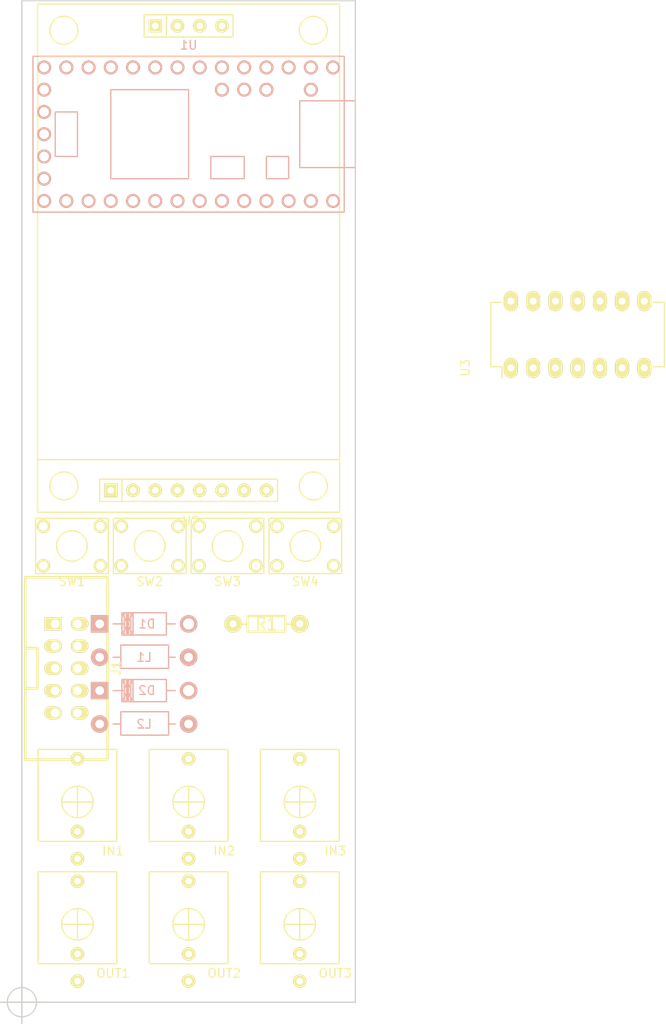
<source format=kicad_pcb>
(kicad_pcb (version 4) (host pcbnew 4.0.2-stable)

  (general
    (links 38)
    (no_connects 38)
    (area 73.7 49.055 150.005001 167.6)
    (thickness 1.6)
    (drawings 5)
    (tracks 0)
    (zones 0)
    (modules 19)
    (nets 74)
  )

  (page A4)
  (layers
    (0 F.Cu signal)
    (31 B.Cu signal)
    (32 B.Adhes user)
    (33 F.Adhes user)
    (34 B.Paste user)
    (35 F.Paste user)
    (36 B.SilkS user)
    (37 F.SilkS user)
    (38 B.Mask user)
    (39 F.Mask user)
    (40 Dwgs.User user)
    (41 Cmts.User user)
    (42 Eco1.User user)
    (43 Eco2.User user)
    (44 Edge.Cuts user)
    (45 Margin user)
    (46 B.CrtYd user)
    (47 F.CrtYd user)
    (48 B.Fab user hide)
    (49 F.Fab user hide)
  )

  (setup
    (last_trace_width 0.25)
    (trace_clearance 0.2)
    (zone_clearance 0.508)
    (zone_45_only no)
    (trace_min 0.2)
    (segment_width 0.2)
    (edge_width 0.15)
    (via_size 0.6)
    (via_drill 0.4)
    (via_min_size 0.4)
    (via_min_drill 0.3)
    (uvia_size 0.3)
    (uvia_drill 0.1)
    (uvias_allowed no)
    (uvia_min_size 0.2)
    (uvia_min_drill 0.1)
    (pcb_text_width 0.3)
    (pcb_text_size 1.5 1.5)
    (mod_edge_width 0.15)
    (mod_text_size 1 1)
    (mod_text_width 0.15)
    (pad_size 1.524 1.524)
    (pad_drill 0.762)
    (pad_to_mask_clearance 0.2)
    (aux_axis_origin 38.1 165.1)
    (grid_origin 76.2 165.1)
    (visible_elements FFFFFF7F)
    (pcbplotparams
      (layerselection 0x00030_80000001)
      (usegerberextensions false)
      (excludeedgelayer true)
      (linewidth 0.100000)
      (plotframeref false)
      (viasonmask false)
      (mode 1)
      (useauxorigin false)
      (hpglpennumber 1)
      (hpglpenspeed 20)
      (hpglpendiameter 15)
      (hpglpenoverlay 2)
      (psnegative false)
      (psa4output false)
      (plotreference true)
      (plotvalue true)
      (plotinvisibletext false)
      (padsonsilk false)
      (subtractmaskfromsilk false)
      (outputformat 1)
      (mirror false)
      (drillshape 1)
      (scaleselection 1)
      (outputdirectory ""))
  )

  (net 0 "")
  (net 1 "Net-(IN1-Pad2)")
  (net 2 "Net-(IN1-Pad1)")
  (net 3 "Net-(IN2-Pad2)")
  (net 4 "Net-(IN3-Pad2)")
  (net 5 "Net-(OUT1-Pad2)")
  (net 6 "Net-(OUT2-Pad2)")
  (net 7 "Net-(OUT3-Pad2)")
  (net 8 IN_A)
  (net 9 IN_B)
  (net 10 IN_T)
  (net 11 GND)
  (net 12 SW_1)
  (net 13 SW_2)
  (net 14 SW_3)
  (net 15 SW_4)
  (net 16 "Net-(U1-Pad18)")
  (net 17 "Net-(U1-Pad19)")
  (net 18 "Net-(U1-Pad16)")
  (net 19 "Net-(U1-Pad15)")
  (net 20 "Net-(U1-Pad21)")
  (net 21 "Net-(U1-Pad22)")
  (net 22 "Net-(U1-Pad23)")
  (net 23 "Net-(U1-Pad24)")
  (net 24 "Net-(U1-Pad25)")
  (net 25 "Net-(U1-Pad26)")
  (net 26 "Net-(U1-Pad27)")
  (net 27 "Net-(U1-Pad28)")
  (net 28 "Net-(U1-Pad29)")
  (net 29 "Net-(U1-Pad30)")
  (net 30 "Net-(U1-Pad32)")
  (net 31 "Net-(U1-Pad33)")
  (net 32 "Net-(U1-Pad34)")
  (net 33 "Net-(U1-Pad35)")
  (net 34 "Net-(U1-Pad36)")
  (net 35 "Net-(U1-Pad37)")
  (net 36 "Net-(U1-Pad12)")
  (net 37 "Net-(U1-Pad11)")
  (net 38 "Net-(U1-Pad10)")
  (net 39 "Net-(U1-Pad9)")
  (net 40 "Net-(U1-Pad8)")
  (net 41 "Net-(U1-Pad3)")
  (net 42 "Net-(U1-Pad2)")
  (net 43 "Net-(U1-Pad1)")
  (net 44 "Net-(U2-Pad5)")
  (net 45 "Net-(U2-Pad6)")
  (net 46 "Net-(U2-Pad8)")
  (net 47 SCK)
  (net 48 MISO)
  (net 49 MOSI)
  (net 50 +12V_INLET)
  (net 51 -12V_INLET)
  (net 52 +12V)
  (net 53 -12V)
  (net 54 3.3V)
  (net 55 LCD_CS)
  (net 56 LCD_RESET)
  (net 57 SD_CS)
  (net 58 "Net-(U3-Pad1)")
  (net 59 "Net-(U3-Pad2)")
  (net 60 "Net-(U3-Pad3)")
  (net 61 "Net-(U3-Pad4)")
  (net 62 "Net-(U3-Pad5)")
  (net 63 "Net-(U3-Pad6)")
  (net 64 "Net-(U3-Pad7)")
  (net 65 "Net-(U3-Pad8)")
  (net 66 "Net-(U3-Pad9)")
  (net 67 "Net-(U3-Pad10)")
  (net 68 "Net-(U3-Pad11)")
  (net 69 "Net-(U3-Pad12)")
  (net 70 "Net-(U3-Pad13)")
  (net 71 "Net-(U3-Pad14)")
  (net 72 "Net-(R1-Pad1)")
  (net 73 "Net-(R1-Pad2)")

  (net_class Default "This is the default net class."
    (clearance 0.2)
    (trace_width 0.25)
    (via_dia 0.6)
    (via_drill 0.4)
    (uvia_dia 0.3)
    (uvia_drill 0.1)
    (add_net +12V)
    (add_net +12V_INLET)
    (add_net -12V)
    (add_net -12V_INLET)
    (add_net 3.3V)
    (add_net GND)
    (add_net IN_A)
    (add_net IN_B)
    (add_net IN_T)
    (add_net LCD_CS)
    (add_net LCD_RESET)
    (add_net MISO)
    (add_net MOSI)
    (add_net "Net-(IN1-Pad1)")
    (add_net "Net-(IN1-Pad2)")
    (add_net "Net-(IN2-Pad2)")
    (add_net "Net-(IN3-Pad2)")
    (add_net "Net-(OUT1-Pad2)")
    (add_net "Net-(OUT2-Pad2)")
    (add_net "Net-(OUT3-Pad2)")
    (add_net "Net-(R1-Pad1)")
    (add_net "Net-(R1-Pad2)")
    (add_net "Net-(U1-Pad1)")
    (add_net "Net-(U1-Pad10)")
    (add_net "Net-(U1-Pad11)")
    (add_net "Net-(U1-Pad12)")
    (add_net "Net-(U1-Pad15)")
    (add_net "Net-(U1-Pad16)")
    (add_net "Net-(U1-Pad18)")
    (add_net "Net-(U1-Pad19)")
    (add_net "Net-(U1-Pad2)")
    (add_net "Net-(U1-Pad21)")
    (add_net "Net-(U1-Pad22)")
    (add_net "Net-(U1-Pad23)")
    (add_net "Net-(U1-Pad24)")
    (add_net "Net-(U1-Pad25)")
    (add_net "Net-(U1-Pad26)")
    (add_net "Net-(U1-Pad27)")
    (add_net "Net-(U1-Pad28)")
    (add_net "Net-(U1-Pad29)")
    (add_net "Net-(U1-Pad3)")
    (add_net "Net-(U1-Pad30)")
    (add_net "Net-(U1-Pad32)")
    (add_net "Net-(U1-Pad33)")
    (add_net "Net-(U1-Pad34)")
    (add_net "Net-(U1-Pad35)")
    (add_net "Net-(U1-Pad36)")
    (add_net "Net-(U1-Pad37)")
    (add_net "Net-(U1-Pad8)")
    (add_net "Net-(U1-Pad9)")
    (add_net "Net-(U2-Pad5)")
    (add_net "Net-(U2-Pad6)")
    (add_net "Net-(U2-Pad8)")
    (add_net "Net-(U3-Pad1)")
    (add_net "Net-(U3-Pad10)")
    (add_net "Net-(U3-Pad11)")
    (add_net "Net-(U3-Pad12)")
    (add_net "Net-(U3-Pad13)")
    (add_net "Net-(U3-Pad14)")
    (add_net "Net-(U3-Pad2)")
    (add_net "Net-(U3-Pad3)")
    (add_net "Net-(U3-Pad4)")
    (add_net "Net-(U3-Pad5)")
    (add_net "Net-(U3-Pad6)")
    (add_net "Net-(U3-Pad7)")
    (add_net "Net-(U3-Pad8)")
    (add_net "Net-(U3-Pad9)")
    (add_net SCK)
    (add_net SD_CS)
    (add_net SW_1)
    (add_net SW_2)
    (add_net SW_3)
    (add_net SW_4)
  )

  (module Eurocad:PJ301M-12 (layer F.Cu) (tedit 5771F0BF) (tstamp 57A608E3)
    (at 82.55 142.24)
    (path /57A606FC)
    (fp_text reference IN1 (at 4.064 5.588) (layer F.SilkS)
      (effects (font (size 1 1) (thickness 0.15)))
    )
    (fp_text value PJ301M-12 (at 0 -7.112) (layer F.Fab)
      (effects (font (size 1 1) (thickness 0.15)))
    )
    (fp_line (start -1.8 0) (end 1.8 0) (layer F.SilkS) (width 0.15))
    (fp_line (start 0 -1.8) (end 0 1.8) (layer F.SilkS) (width 0.15))
    (fp_circle (center 0 0) (end 1.8 0) (layer F.SilkS) (width 0.15))
    (fp_line (start 4.5 -6) (end 4.5 4.5) (layer F.SilkS) (width 0.15))
    (fp_line (start -4.5 -6) (end -4.5 4.5) (layer F.SilkS) (width 0.15))
    (fp_line (start -4.5 4.5) (end 4.5 4.5) (layer F.SilkS) (width 0.15))
    (fp_line (start -4.5 -6) (end 4.5 -6) (layer F.SilkS) (width 0.15))
    (pad 3 thru_hole circle (at 0 -4.92) (size 1.524 1.524) (drill 0.762) (layers *.Cu *.Mask F.SilkS)
      (net 8 IN_A))
    (pad 2 thru_hole circle (at 0 3.38) (size 1.524 1.524) (drill 0.762) (layers *.Cu *.Mask F.SilkS)
      (net 1 "Net-(IN1-Pad2)"))
    (pad 1 thru_hole circle (at 0 6.48) (size 1.524 1.524) (drill 0.762) (layers *.Cu *.Mask F.SilkS)
      (net 2 "Net-(IN1-Pad1)"))
  )

  (module Eurocad:PJ301M-12 (layer F.Cu) (tedit 5771F0BF) (tstamp 57A608EA)
    (at 95.25 142.24)
    (path /57A60777)
    (fp_text reference IN2 (at 4.064 5.588) (layer F.SilkS)
      (effects (font (size 1 1) (thickness 0.15)))
    )
    (fp_text value PJ301M-12 (at 0 -7.112) (layer F.Fab)
      (effects (font (size 1 1) (thickness 0.15)))
    )
    (fp_line (start -1.8 0) (end 1.8 0) (layer F.SilkS) (width 0.15))
    (fp_line (start 0 -1.8) (end 0 1.8) (layer F.SilkS) (width 0.15))
    (fp_circle (center 0 0) (end 1.8 0) (layer F.SilkS) (width 0.15))
    (fp_line (start 4.5 -6) (end 4.5 4.5) (layer F.SilkS) (width 0.15))
    (fp_line (start -4.5 -6) (end -4.5 4.5) (layer F.SilkS) (width 0.15))
    (fp_line (start -4.5 4.5) (end 4.5 4.5) (layer F.SilkS) (width 0.15))
    (fp_line (start -4.5 -6) (end 4.5 -6) (layer F.SilkS) (width 0.15))
    (pad 3 thru_hole circle (at 0 -4.92) (size 1.524 1.524) (drill 0.762) (layers *.Cu *.Mask F.SilkS)
      (net 9 IN_B))
    (pad 2 thru_hole circle (at 0 3.38) (size 1.524 1.524) (drill 0.762) (layers *.Cu *.Mask F.SilkS)
      (net 3 "Net-(IN2-Pad2)"))
    (pad 1 thru_hole circle (at 0 6.48) (size 1.524 1.524) (drill 0.762) (layers *.Cu *.Mask F.SilkS)
      (net 2 "Net-(IN1-Pad1)"))
  )

  (module Eurocad:PJ301M-12 (layer F.Cu) (tedit 5771F0BF) (tstamp 57A608F1)
    (at 107.95 142.24)
    (path /57A607BB)
    (fp_text reference IN3 (at 4.064 5.588) (layer F.SilkS)
      (effects (font (size 1 1) (thickness 0.15)))
    )
    (fp_text value PJ301M-12 (at 0 -7.112) (layer F.Fab)
      (effects (font (size 1 1) (thickness 0.15)))
    )
    (fp_line (start -1.8 0) (end 1.8 0) (layer F.SilkS) (width 0.15))
    (fp_line (start 0 -1.8) (end 0 1.8) (layer F.SilkS) (width 0.15))
    (fp_circle (center 0 0) (end 1.8 0) (layer F.SilkS) (width 0.15))
    (fp_line (start 4.5 -6) (end 4.5 4.5) (layer F.SilkS) (width 0.15))
    (fp_line (start -4.5 -6) (end -4.5 4.5) (layer F.SilkS) (width 0.15))
    (fp_line (start -4.5 4.5) (end 4.5 4.5) (layer F.SilkS) (width 0.15))
    (fp_line (start -4.5 -6) (end 4.5 -6) (layer F.SilkS) (width 0.15))
    (pad 3 thru_hole circle (at 0 -4.92) (size 1.524 1.524) (drill 0.762) (layers *.Cu *.Mask F.SilkS)
      (net 10 IN_T))
    (pad 2 thru_hole circle (at 0 3.38) (size 1.524 1.524) (drill 0.762) (layers *.Cu *.Mask F.SilkS)
      (net 4 "Net-(IN3-Pad2)"))
    (pad 1 thru_hole circle (at 0 6.48) (size 1.524 1.524) (drill 0.762) (layers *.Cu *.Mask F.SilkS)
      (net 2 "Net-(IN1-Pad1)"))
  )

  (module Eurocad:PJ301M-12 (layer F.Cu) (tedit 5771F0BF) (tstamp 57A608F8)
    (at 82.55 156.21)
    (path /57A60751)
    (fp_text reference OUT1 (at 4.064 5.588) (layer F.SilkS)
      (effects (font (size 1 1) (thickness 0.15)))
    )
    (fp_text value PJ301M-12 (at 0 -7.112) (layer F.Fab)
      (effects (font (size 1 1) (thickness 0.15)))
    )
    (fp_line (start -1.8 0) (end 1.8 0) (layer F.SilkS) (width 0.15))
    (fp_line (start 0 -1.8) (end 0 1.8) (layer F.SilkS) (width 0.15))
    (fp_circle (center 0 0) (end 1.8 0) (layer F.SilkS) (width 0.15))
    (fp_line (start 4.5 -6) (end 4.5 4.5) (layer F.SilkS) (width 0.15))
    (fp_line (start -4.5 -6) (end -4.5 4.5) (layer F.SilkS) (width 0.15))
    (fp_line (start -4.5 4.5) (end 4.5 4.5) (layer F.SilkS) (width 0.15))
    (fp_line (start -4.5 -6) (end 4.5 -6) (layer F.SilkS) (width 0.15))
    (pad 3 thru_hole circle (at 0 -4.92) (size 1.524 1.524) (drill 0.762) (layers *.Cu *.Mask F.SilkS)
      (net 8 IN_A))
    (pad 2 thru_hole circle (at 0 3.38) (size 1.524 1.524) (drill 0.762) (layers *.Cu *.Mask F.SilkS)
      (net 5 "Net-(OUT1-Pad2)"))
    (pad 1 thru_hole circle (at 0 6.48) (size 1.524 1.524) (drill 0.762) (layers *.Cu *.Mask F.SilkS)
      (net 2 "Net-(IN1-Pad1)"))
  )

  (module Eurocad:PJ301M-12 (layer F.Cu) (tedit 5771F0BF) (tstamp 57A608FF)
    (at 95.25 156.21)
    (path /57A6079A)
    (fp_text reference OUT2 (at 4.064 5.588) (layer F.SilkS)
      (effects (font (size 1 1) (thickness 0.15)))
    )
    (fp_text value PJ301M-12 (at 0 -7.112) (layer F.Fab)
      (effects (font (size 1 1) (thickness 0.15)))
    )
    (fp_line (start -1.8 0) (end 1.8 0) (layer F.SilkS) (width 0.15))
    (fp_line (start 0 -1.8) (end 0 1.8) (layer F.SilkS) (width 0.15))
    (fp_circle (center 0 0) (end 1.8 0) (layer F.SilkS) (width 0.15))
    (fp_line (start 4.5 -6) (end 4.5 4.5) (layer F.SilkS) (width 0.15))
    (fp_line (start -4.5 -6) (end -4.5 4.5) (layer F.SilkS) (width 0.15))
    (fp_line (start -4.5 4.5) (end 4.5 4.5) (layer F.SilkS) (width 0.15))
    (fp_line (start -4.5 -6) (end 4.5 -6) (layer F.SilkS) (width 0.15))
    (pad 3 thru_hole circle (at 0 -4.92) (size 1.524 1.524) (drill 0.762) (layers *.Cu *.Mask F.SilkS)
      (net 9 IN_B))
    (pad 2 thru_hole circle (at 0 3.38) (size 1.524 1.524) (drill 0.762) (layers *.Cu *.Mask F.SilkS)
      (net 6 "Net-(OUT2-Pad2)"))
    (pad 1 thru_hole circle (at 0 6.48) (size 1.524 1.524) (drill 0.762) (layers *.Cu *.Mask F.SilkS)
      (net 2 "Net-(IN1-Pad1)"))
  )

  (module Eurocad:PJ301M-12 (layer F.Cu) (tedit 5771F0BF) (tstamp 57A60906)
    (at 107.95 156.21)
    (path /57A60812)
    (fp_text reference OUT3 (at 4.064 5.588) (layer F.SilkS)
      (effects (font (size 1 1) (thickness 0.15)))
    )
    (fp_text value PJ301M-12 (at 0 -7.112) (layer F.Fab)
      (effects (font (size 1 1) (thickness 0.15)))
    )
    (fp_line (start -1.8 0) (end 1.8 0) (layer F.SilkS) (width 0.15))
    (fp_line (start 0 -1.8) (end 0 1.8) (layer F.SilkS) (width 0.15))
    (fp_circle (center 0 0) (end 1.8 0) (layer F.SilkS) (width 0.15))
    (fp_line (start 4.5 -6) (end 4.5 4.5) (layer F.SilkS) (width 0.15))
    (fp_line (start -4.5 -6) (end -4.5 4.5) (layer F.SilkS) (width 0.15))
    (fp_line (start -4.5 4.5) (end 4.5 4.5) (layer F.SilkS) (width 0.15))
    (fp_line (start -4.5 -6) (end 4.5 -6) (layer F.SilkS) (width 0.15))
    (pad 3 thru_hole circle (at 0 -4.92) (size 1.524 1.524) (drill 0.762) (layers *.Cu *.Mask F.SilkS)
      (net 10 IN_T))
    (pad 2 thru_hole circle (at 0 3.38) (size 1.524 1.524) (drill 0.762) (layers *.Cu *.Mask F.SilkS)
      (net 7 "Net-(OUT3-Pad2)"))
    (pad 1 thru_hole circle (at 0 6.48) (size 1.524 1.524) (drill 0.762) (layers *.Cu *.Mask F.SilkS)
      (net 2 "Net-(IN1-Pad1)"))
  )

  (module Eurocad:TL1105SPF250Q (layer F.Cu) (tedit 579A27F9) (tstamp 57A61016)
    (at 81.915 113.03)
    (path /57A60D0E)
    (fp_text reference SW1 (at 0 4.064) (layer F.SilkS)
      (effects (font (size 1 1) (thickness 0.15)))
    )
    (fp_text value TL1105SPF250Q (at 0 -4.064) (layer F.Fab)
      (effects (font (size 1 1) (thickness 0.15)))
    )
    (fp_line (start -4.15 3.15) (end 4.15 3.15) (layer F.SilkS) (width 0.15))
    (fp_line (start 4.15 -3.15) (end 4.15 3.15) (layer F.SilkS) (width 0.15))
    (fp_line (start -4.15 -3.15) (end -4.15 3.15) (layer F.SilkS) (width 0.15))
    (fp_line (start -4.15 -3.15) (end 4.15 -3.15) (layer F.SilkS) (width 0.15))
    (fp_circle (center 0 0) (end 1.75 0) (layer F.SilkS) (width 0.15))
    (pad 1 thru_hole circle (at -3.25 2.25) (size 1.524 1.524) (drill 1) (layers *.Cu *.Mask F.SilkS)
      (net 11 GND))
    (pad 2 thru_hole circle (at 3.25 2.25) (size 1.524 1.524) (drill 1) (layers *.Cu *.Mask F.SilkS)
      (net 11 GND))
    (pad 3 thru_hole circle (at -3.25 -2.25) (size 1.524 1.524) (drill 1) (layers *.Cu *.Mask F.SilkS)
      (net 12 SW_1))
    (pad 4 thru_hole circle (at 3.25 -2.25) (size 1.524 1.524) (drill 1) (layers *.Cu *.Mask F.SilkS))
  )

  (module Eurocad:TL1105SPF250Q (layer F.Cu) (tedit 579A27F9) (tstamp 57A6354A)
    (at 90.805 113.03)
    (path /57A633F9)
    (fp_text reference SW2 (at 0 4.064) (layer F.SilkS)
      (effects (font (size 1 1) (thickness 0.15)))
    )
    (fp_text value TL1105SPF250Q (at 0 -4.064) (layer F.Fab)
      (effects (font (size 1 1) (thickness 0.15)))
    )
    (fp_line (start -4.15 3.15) (end 4.15 3.15) (layer F.SilkS) (width 0.15))
    (fp_line (start 4.15 -3.15) (end 4.15 3.15) (layer F.SilkS) (width 0.15))
    (fp_line (start -4.15 -3.15) (end -4.15 3.15) (layer F.SilkS) (width 0.15))
    (fp_line (start -4.15 -3.15) (end 4.15 -3.15) (layer F.SilkS) (width 0.15))
    (fp_circle (center 0 0) (end 1.75 0) (layer F.SilkS) (width 0.15))
    (pad 1 thru_hole circle (at -3.25 2.25) (size 1.524 1.524) (drill 1) (layers *.Cu *.Mask F.SilkS)
      (net 11 GND))
    (pad 2 thru_hole circle (at 3.25 2.25) (size 1.524 1.524) (drill 1) (layers *.Cu *.Mask F.SilkS)
      (net 11 GND))
    (pad 3 thru_hole circle (at -3.25 -2.25) (size 1.524 1.524) (drill 1) (layers *.Cu *.Mask F.SilkS)
      (net 13 SW_2))
    (pad 4 thru_hole circle (at 3.25 -2.25) (size 1.524 1.524) (drill 1) (layers *.Cu *.Mask F.SilkS))
  )

  (module Eurocad:TL1105SPF250Q (layer F.Cu) (tedit 579A27F9) (tstamp 57A63552)
    (at 99.695 113.03)
    (path /57A63452)
    (fp_text reference SW3 (at 0 4.064) (layer F.SilkS)
      (effects (font (size 1 1) (thickness 0.15)))
    )
    (fp_text value TL1105SPF250Q (at 0 -4.064) (layer F.Fab)
      (effects (font (size 1 1) (thickness 0.15)))
    )
    (fp_line (start -4.15 3.15) (end 4.15 3.15) (layer F.SilkS) (width 0.15))
    (fp_line (start 4.15 -3.15) (end 4.15 3.15) (layer F.SilkS) (width 0.15))
    (fp_line (start -4.15 -3.15) (end -4.15 3.15) (layer F.SilkS) (width 0.15))
    (fp_line (start -4.15 -3.15) (end 4.15 -3.15) (layer F.SilkS) (width 0.15))
    (fp_circle (center 0 0) (end 1.75 0) (layer F.SilkS) (width 0.15))
    (pad 1 thru_hole circle (at -3.25 2.25) (size 1.524 1.524) (drill 1) (layers *.Cu *.Mask F.SilkS)
      (net 11 GND))
    (pad 2 thru_hole circle (at 3.25 2.25) (size 1.524 1.524) (drill 1) (layers *.Cu *.Mask F.SilkS)
      (net 11 GND))
    (pad 3 thru_hole circle (at -3.25 -2.25) (size 1.524 1.524) (drill 1) (layers *.Cu *.Mask F.SilkS)
      (net 14 SW_3))
    (pad 4 thru_hole circle (at 3.25 -2.25) (size 1.524 1.524) (drill 1) (layers *.Cu *.Mask F.SilkS))
  )

  (module Eurocad:TL1105SPF250Q (layer F.Cu) (tedit 579A27F9) (tstamp 57A6355A)
    (at 108.585 113.03)
    (path /57A634DE)
    (fp_text reference SW4 (at 0 4.064) (layer F.SilkS)
      (effects (font (size 1 1) (thickness 0.15)))
    )
    (fp_text value TL1105SPF250Q (at 0 -4.064) (layer F.Fab)
      (effects (font (size 1 1) (thickness 0.15)))
    )
    (fp_line (start -4.15 3.15) (end 4.15 3.15) (layer F.SilkS) (width 0.15))
    (fp_line (start 4.15 -3.15) (end 4.15 3.15) (layer F.SilkS) (width 0.15))
    (fp_line (start -4.15 -3.15) (end -4.15 3.15) (layer F.SilkS) (width 0.15))
    (fp_line (start -4.15 -3.15) (end 4.15 -3.15) (layer F.SilkS) (width 0.15))
    (fp_circle (center 0 0) (end 1.75 0) (layer F.SilkS) (width 0.15))
    (pad 1 thru_hole circle (at -3.25 2.25) (size 1.524 1.524) (drill 1) (layers *.Cu *.Mask F.SilkS)
      (net 11 GND))
    (pad 2 thru_hole circle (at 3.25 2.25) (size 1.524 1.524) (drill 1) (layers *.Cu *.Mask F.SilkS)
      (net 11 GND))
    (pad 3 thru_hole circle (at -3.25 -2.25) (size 1.524 1.524) (drill 1) (layers *.Cu *.Mask F.SilkS)
      (net 15 SW_4))
    (pad 4 thru_hole circle (at 3.25 -2.25) (size 1.524 1.524) (drill 1) (layers *.Cu *.Mask F.SilkS))
  )

  (module Teensy:Teensy3.x_LC (layer B.Cu) (tedit 55FF36AE) (tstamp 57A63FD3)
    (at 95.25 66.04 180)
    (path /57A63D8A)
    (fp_text reference U1 (at 0 10.16 180) (layer B.SilkS)
      (effects (font (size 1 1) (thickness 0.15)) (justify mirror))
    )
    (fp_text value Teensy3.2 (at 0 -10.16 180) (layer B.Fab)
      (effects (font (size 1 1) (thickness 0.15)) (justify mirror))
    )
    (fp_line (start -17.78 -3.81) (end -19.05 -3.81) (layer B.SilkS) (width 0.15))
    (fp_line (start -19.05 -3.81) (end -19.05 3.81) (layer B.SilkS) (width 0.15))
    (fp_line (start -19.05 3.81) (end -17.78 3.81) (layer B.SilkS) (width 0.15))
    (fp_line (start -6.35 -5.08) (end -2.54 -5.08) (layer B.SilkS) (width 0.15))
    (fp_line (start -2.54 -5.08) (end -2.54 -2.54) (layer B.SilkS) (width 0.15))
    (fp_line (start -2.54 -2.54) (end -6.35 -2.54) (layer B.SilkS) (width 0.15))
    (fp_line (start -6.35 -2.54) (end -6.35 -5.08) (layer B.SilkS) (width 0.15))
    (fp_line (start -12.7 -3.81) (end -12.7 3.81) (layer B.SilkS) (width 0.15))
    (fp_line (start -12.7 3.81) (end -17.78 3.81) (layer B.SilkS) (width 0.15))
    (fp_line (start -12.7 -3.81) (end -17.78 -3.81) (layer B.SilkS) (width 0.15))
    (fp_line (start -11.43 -5.08) (end -8.89 -5.08) (layer B.SilkS) (width 0.15))
    (fp_line (start -8.89 -5.08) (end -8.89 -2.54) (layer B.SilkS) (width 0.15))
    (fp_line (start -8.89 -2.54) (end -11.43 -2.54) (layer B.SilkS) (width 0.15))
    (fp_line (start -11.43 -2.54) (end -11.43 -5.08) (layer B.SilkS) (width 0.15))
    (fp_line (start 15.24 2.54) (end 15.24 -2.54) (layer B.SilkS) (width 0.15))
    (fp_line (start 15.24 -2.54) (end 12.7 -2.54) (layer B.SilkS) (width 0.15))
    (fp_line (start 12.7 -2.54) (end 12.7 2.54) (layer B.SilkS) (width 0.15))
    (fp_line (start 12.7 2.54) (end 15.24 2.54) (layer B.SilkS) (width 0.15))
    (fp_line (start 8.89 -5.08) (end 8.89 5.08) (layer B.SilkS) (width 0.15))
    (fp_line (start 0 5.08) (end 0 -5.08) (layer B.SilkS) (width 0.15))
    (fp_line (start 8.89 5.08) (end 0 5.08) (layer B.SilkS) (width 0.15))
    (fp_line (start 8.89 -5.08) (end 0 -5.08) (layer B.SilkS) (width 0.15))
    (fp_line (start -17.78 8.89) (end 17.78 8.89) (layer B.SilkS) (width 0.15))
    (fp_line (start 17.78 8.89) (end 17.78 -8.89) (layer B.SilkS) (width 0.15))
    (fp_line (start 17.78 -8.89) (end -17.78 -8.89) (layer B.SilkS) (width 0.15))
    (fp_line (start -17.78 -8.89) (end -17.78 8.89) (layer B.SilkS) (width 0.15))
    (pad 17 thru_hole circle (at 16.51 0 180) (size 1.6 1.6) (drill 1.1) (layers *.Cu *.Mask B.SilkS))
    (pad 18 thru_hole circle (at 16.51 2.54 180) (size 1.6 1.6) (drill 1.1) (layers *.Cu *.Mask B.SilkS)
      (net 16 "Net-(U1-Pad18)"))
    (pad 19 thru_hole circle (at 16.51 5.08 180) (size 1.6 1.6) (drill 1.1) (layers *.Cu *.Mask B.SilkS)
      (net 17 "Net-(U1-Pad19)"))
    (pad 20 thru_hole circle (at 16.51 7.62 180) (size 1.6 1.6) (drill 1.1) (layers *.Cu *.Mask B.SilkS)
      (net 47 SCK))
    (pad 16 thru_hole circle (at 16.51 -2.54 180) (size 1.6 1.6) (drill 1.1) (layers *.Cu *.Mask B.SilkS)
      (net 18 "Net-(U1-Pad16)"))
    (pad 15 thru_hole circle (at 16.51 -5.08 180) (size 1.6 1.6) (drill 1.1) (layers *.Cu *.Mask B.SilkS)
      (net 19 "Net-(U1-Pad15)"))
    (pad 14 thru_hole circle (at 16.51 -7.62 180) (size 1.6 1.6) (drill 1.1) (layers *.Cu *.Mask B.SilkS)
      (net 48 MISO))
    (pad 21 thru_hole circle (at 13.97 7.62 180) (size 1.6 1.6) (drill 1.1) (layers *.Cu *.Mask B.SilkS)
      (net 20 "Net-(U1-Pad21)"))
    (pad 22 thru_hole circle (at 11.43 7.62 180) (size 1.6 1.6) (drill 1.1) (layers *.Cu *.Mask B.SilkS)
      (net 21 "Net-(U1-Pad22)"))
    (pad 23 thru_hole circle (at 8.89 7.62 180) (size 1.6 1.6) (drill 1.1) (layers *.Cu *.Mask B.SilkS)
      (net 22 "Net-(U1-Pad23)"))
    (pad 24 thru_hole circle (at 6.35 7.62 180) (size 1.6 1.6) (drill 1.1) (layers *.Cu *.Mask B.SilkS)
      (net 23 "Net-(U1-Pad24)"))
    (pad 25 thru_hole circle (at 3.81 7.62 180) (size 1.6 1.6) (drill 1.1) (layers *.Cu *.Mask B.SilkS)
      (net 24 "Net-(U1-Pad25)"))
    (pad 26 thru_hole circle (at 1.27 7.62 180) (size 1.6 1.6) (drill 1.1) (layers *.Cu *.Mask B.SilkS)
      (net 25 "Net-(U1-Pad26)"))
    (pad 27 thru_hole circle (at -1.27 7.62 180) (size 1.6 1.6) (drill 1.1) (layers *.Cu *.Mask B.SilkS)
      (net 26 "Net-(U1-Pad27)"))
    (pad 28 thru_hole circle (at -3.81 7.62 180) (size 1.6 1.6) (drill 1.1) (layers *.Cu *.Mask B.SilkS)
      (net 27 "Net-(U1-Pad28)"))
    (pad 29 thru_hole circle (at -6.35 7.62 180) (size 1.6 1.6) (drill 1.1) (layers *.Cu *.Mask B.SilkS)
      (net 28 "Net-(U1-Pad29)"))
    (pad 30 thru_hole circle (at -8.89 7.62 180) (size 1.6 1.6) (drill 1.1) (layers *.Cu *.Mask B.SilkS)
      (net 29 "Net-(U1-Pad30)"))
    (pad 31 thru_hole circle (at -11.43 7.62 180) (size 1.6 1.6) (drill 1.1) (layers *.Cu *.Mask B.SilkS))
    (pad 32 thru_hole circle (at -13.97 7.62 180) (size 1.6 1.6) (drill 1.1) (layers *.Cu *.Mask B.SilkS)
      (net 30 "Net-(U1-Pad32)"))
    (pad 33 thru_hole circle (at -16.51 7.62 180) (size 1.6 1.6) (drill 1.1) (layers *.Cu *.Mask B.SilkS)
      (net 31 "Net-(U1-Pad33)"))
    (pad 34 thru_hole circle (at -13.97 5.08 180) (size 1.6 1.6) (drill 1.1) (layers *.Cu *.Mask B.SilkS)
      (net 32 "Net-(U1-Pad34)"))
    (pad 35 thru_hole circle (at -8.89 5.08 180) (size 1.6 1.6) (drill 1.1) (layers *.Cu *.Mask B.SilkS)
      (net 33 "Net-(U1-Pad35)"))
    (pad 36 thru_hole circle (at -6.35 5.08 180) (size 1.6 1.6) (drill 1.1) (layers *.Cu *.Mask B.SilkS)
      (net 34 "Net-(U1-Pad36)"))
    (pad 37 thru_hole circle (at -3.81 5.08 180) (size 1.6 1.6) (drill 1.1) (layers *.Cu *.Mask B.SilkS)
      (net 35 "Net-(U1-Pad37)"))
    (pad 13 thru_hole circle (at 13.97 -7.62 180) (size 1.6 1.6) (drill 1.1) (layers *.Cu *.Mask B.SilkS)
      (net 49 MOSI))
    (pad 12 thru_hole circle (at 11.43 -7.62 180) (size 1.6 1.6) (drill 1.1) (layers *.Cu *.Mask B.SilkS)
      (net 36 "Net-(U1-Pad12)"))
    (pad 11 thru_hole circle (at 8.89 -7.62 180) (size 1.6 1.6) (drill 1.1) (layers *.Cu *.Mask B.SilkS)
      (net 37 "Net-(U1-Pad11)"))
    (pad 10 thru_hole circle (at 6.35 -7.62 180) (size 1.6 1.6) (drill 1.1) (layers *.Cu *.Mask B.SilkS)
      (net 38 "Net-(U1-Pad10)"))
    (pad 9 thru_hole circle (at 3.81 -7.62 180) (size 1.6 1.6) (drill 1.1) (layers *.Cu *.Mask B.SilkS)
      (net 39 "Net-(U1-Pad9)"))
    (pad 8 thru_hole circle (at 1.27 -7.62 180) (size 1.6 1.6) (drill 1.1) (layers *.Cu *.Mask B.SilkS)
      (net 40 "Net-(U1-Pad8)"))
    (pad 7 thru_hole circle (at -1.27 -7.62 180) (size 1.6 1.6) (drill 1.1) (layers *.Cu *.Mask B.SilkS)
      (net 12 SW_1))
    (pad 6 thru_hole circle (at -3.81 -7.62 180) (size 1.6 1.6) (drill 1.1) (layers *.Cu *.Mask B.SilkS)
      (net 13 SW_2))
    (pad 5 thru_hole circle (at -6.35 -7.62 180) (size 1.6 1.6) (drill 1.1) (layers *.Cu *.Mask B.SilkS)
      (net 14 SW_3))
    (pad 4 thru_hole circle (at -8.89 -7.62 180) (size 1.6 1.6) (drill 1.1) (layers *.Cu *.Mask B.SilkS)
      (net 15 SW_4))
    (pad 3 thru_hole circle (at -11.43 -7.62 180) (size 1.6 1.6) (drill 1.1) (layers *.Cu *.Mask B.SilkS)
      (net 41 "Net-(U1-Pad3)"))
    (pad 2 thru_hole circle (at -13.97 -7.62 180) (size 1.6 1.6) (drill 1.1) (layers *.Cu *.Mask B.SilkS)
      (net 42 "Net-(U1-Pad2)"))
    (pad 1 thru_hole circle (at -16.51 -7.62 180) (size 1.6 1.6) (drill 1.1) (layers *.Cu *.Mask B.SilkS)
      (net 43 "Net-(U1-Pad1)"))
  )

  (module tft:TFT01-1.8SP (layer F.Cu) (tedit 57A64DE4) (tstamp 57A653C8)
    (at 78 109.18)
    (path /57A64EDF)
    (fp_text reference U2 (at 17.5 1) (layer F.SilkS)
      (effects (font (size 1 1) (thickness 0.15)))
    )
    (fp_text value TFT01-1.8SP (at 17 -59) (layer F.Fab)
      (effects (font (size 1 1) (thickness 0.15)))
    )
    (fp_line (start 0 -6) (end 34.5 -6) (layer F.SilkS) (width 0.15))
    (fp_line (start 0 -52) (end 34.5 -52) (layer F.SilkS) (width 0.15))
    (fp_line (start 14.71 -54.23) (end 14.71 -56.77) (layer F.SilkS) (width 0.15))
    (fp_line (start 22.33 -54.23) (end 12.17 -54.23) (layer F.SilkS) (width 0.15))
    (fp_line (start 22.33 -56.77) (end 22.33 -54.23) (layer F.SilkS) (width 0.15))
    (fp_line (start 12.17 -56.77) (end 22.33 -56.77) (layer F.SilkS) (width 0.15))
    (fp_line (start 12.17 -54.23) (end 12.17 -56.77) (layer F.SilkS) (width 0.15))
    (fp_line (start 9.63 -1.23) (end 9.63 -3.77) (layer F.SilkS) (width 0.15))
    (fp_line (start 27.41 -1.23) (end 7.09 -1.23) (layer F.SilkS) (width 0.15))
    (fp_line (start 27.41 -3.77) (end 27.41 -1.23) (layer F.SilkS) (width 0.15))
    (fp_line (start 7.09 -3.77) (end 27.41 -3.77) (layer F.SilkS) (width 0.15))
    (fp_line (start 7.09 -1.23) (end 7.09 -3.77) (layer F.SilkS) (width 0.15))
    (fp_circle (center 3 -3) (end 4.6 -3) (layer F.SilkS) (width 0.15))
    (fp_line (start 34.5 0) (end 0 0) (layer F.SilkS) (width 0.15))
    (fp_line (start 34.5 -58) (end 34.5 0) (layer F.SilkS) (width 0.15))
    (fp_line (start 0 -58) (end 34.5 -58) (layer F.SilkS) (width 0.15))
    (fp_line (start 0 0) (end 0 -58) (layer F.SilkS) (width 0.15))
    (fp_line (start 0 0) (end 0 -58) (layer F.SilkS) (width 0.15))
    (fp_circle (center 31.5 -3) (end 33.1 -3) (layer F.SilkS) (width 0.15))
    (fp_circle (center 3 -55) (end 4.6 -55) (layer F.SilkS) (width 0.15))
    (fp_circle (center 31.5 -55) (end 33.1 -55) (layer F.SilkS) (width 0.15))
    (pad 1 thru_hole rect (at 8.36 -2.5) (size 1.524 1.524) (drill 0.762) (layers *.Cu *.Mask F.SilkS)
      (net 54 3.3V))
    (pad 2 thru_hole circle (at 10.9 -2.5) (size 1.524 1.524) (drill 0.762) (layers *.Cu *.Mask F.SilkS)
      (net 11 GND))
    (pad 3 thru_hole circle (at 13.44 -2.5) (size 1.524 1.524) (drill 0.762) (layers *.Cu *.Mask F.SilkS)
      (net 55 LCD_CS))
    (pad 4 thru_hole circle (at 15.98 -2.5) (size 1.524 1.524) (drill 0.762) (layers *.Cu *.Mask F.SilkS)
      (net 56 LCD_RESET))
    (pad 5 thru_hole circle (at 18.52 -2.5) (size 1.524 1.524) (drill 0.762) (layers *.Cu *.Mask F.SilkS)
      (net 44 "Net-(U2-Pad5)"))
    (pad 6 thru_hole circle (at 21.06 -2.5) (size 1.524 1.524) (drill 0.762) (layers *.Cu *.Mask F.SilkS)
      (net 45 "Net-(U2-Pad6)"))
    (pad 7 thru_hole circle (at 23.6 -2.5) (size 1.524 1.524) (drill 0.762) (layers *.Cu *.Mask F.SilkS)
      (net 47 SCK))
    (pad 8 thru_hole circle (at 26.14 -2.5) (size 1.524 1.524) (drill 0.762) (layers *.Cu *.Mask F.SilkS)
      (net 46 "Net-(U2-Pad8)"))
    (pad 12 thru_hole circle (at 21.06 -55.5) (size 1.524 1.524) (drill 0.762) (layers *.Cu *.Mask F.SilkS)
      (net 47 SCK))
    (pad 10 thru_hole circle (at 15.98 -55.5) (size 1.524 1.524) (drill 0.762) (layers *.Cu *.Mask F.SilkS)
      (net 49 MOSI))
    (pad 9 thru_hole rect (at 13.44 -55.5) (size 1.524 1.524) (drill 0.762) (layers *.Cu *.Mask F.SilkS)
      (net 57 SD_CS))
    (pad 11 thru_hole circle (at 18.52 -55.5) (size 1.524 1.524) (drill 0.762) (layers *.Cu *.Mask F.SilkS)
      (net 48 MISO))
  )

  (module Diodes_ThroughHole:Diode_DO-41_SOD81_Horizontal_RM10 (layer B.Cu) (tedit 552FFCCE) (tstamp 57A65E30)
    (at 85.09 121.92254)
    (descr "Diode, DO-41, SOD81, Horizontal, RM 10mm,")
    (tags "Diode, DO-41, SOD81, Horizontal, RM 10mm, 1N4007, SB140,")
    (path /57A6727E)
    (fp_text reference D1 (at 5.38734 0.00254) (layer B.SilkS)
      (effects (font (size 1 1) (thickness 0.15)) (justify mirror))
    )
    (fp_text value 1N4001 (at 4.37134 3.55854) (layer B.Fab)
      (effects (font (size 1 1) (thickness 0.15)) (justify mirror))
    )
    (fp_line (start 7.62 0.00254) (end 8.636 0.00254) (layer B.SilkS) (width 0.15))
    (fp_line (start 2.794 0.00254) (end 1.524 0.00254) (layer B.SilkS) (width 0.15))
    (fp_line (start 3.048 1.27254) (end 3.048 -1.26746) (layer B.SilkS) (width 0.15))
    (fp_line (start 3.302 1.27254) (end 3.302 -1.26746) (layer B.SilkS) (width 0.15))
    (fp_line (start 3.556 1.27254) (end 3.556 -1.26746) (layer B.SilkS) (width 0.15))
    (fp_line (start 2.794 1.27254) (end 2.794 -1.26746) (layer B.SilkS) (width 0.15))
    (fp_line (start 3.81 1.27254) (end 2.54 -1.26746) (layer B.SilkS) (width 0.15))
    (fp_line (start 2.54 1.27254) (end 3.81 -1.26746) (layer B.SilkS) (width 0.15))
    (fp_line (start 3.81 1.27254) (end 3.81 -1.26746) (layer B.SilkS) (width 0.15))
    (fp_line (start 3.175 1.27254) (end 3.175 -1.26746) (layer B.SilkS) (width 0.15))
    (fp_line (start 2.54 -1.26746) (end 2.54 1.27254) (layer B.SilkS) (width 0.15))
    (fp_line (start 2.54 1.27254) (end 7.62 1.27254) (layer B.SilkS) (width 0.15))
    (fp_line (start 7.62 1.27254) (end 7.62 -1.26746) (layer B.SilkS) (width 0.15))
    (fp_line (start 7.62 -1.26746) (end 2.54 -1.26746) (layer B.SilkS) (width 0.15))
    (pad 2 thru_hole circle (at 10.16 0.00254 180) (size 1.99898 1.99898) (drill 1.27) (layers *.Cu *.Mask B.SilkS)
      (net 11 GND))
    (pad 1 thru_hole rect (at 0 0.00254 180) (size 1.99898 1.99898) (drill 1.00076) (layers *.Cu *.Mask B.SilkS)
      (net 50 +12V_INLET))
  )

  (module Diodes_ThroughHole:Diode_DO-41_SOD81_Horizontal_RM10 (layer B.Cu) (tedit 552FFCCE) (tstamp 57A65E36)
    (at 85.09 129.53238)
    (descr "Diode, DO-41, SOD81, Horizontal, RM 10mm,")
    (tags "Diode, DO-41, SOD81, Horizontal, RM 10mm, 1N4007, SB140,")
    (path /57A672C4)
    (fp_text reference D2 (at 5.38734 -0.00762) (layer B.SilkS)
      (effects (font (size 1 1) (thickness 0.15)) (justify mirror))
    )
    (fp_text value 1N4001 (at 4.37134 3.55854) (layer B.Fab)
      (effects (font (size 1 1) (thickness 0.15)) (justify mirror))
    )
    (fp_line (start 7.62 0.00254) (end 8.636 0.00254) (layer B.SilkS) (width 0.15))
    (fp_line (start 2.794 0.00254) (end 1.524 0.00254) (layer B.SilkS) (width 0.15))
    (fp_line (start 3.048 1.27254) (end 3.048 -1.26746) (layer B.SilkS) (width 0.15))
    (fp_line (start 3.302 1.27254) (end 3.302 -1.26746) (layer B.SilkS) (width 0.15))
    (fp_line (start 3.556 1.27254) (end 3.556 -1.26746) (layer B.SilkS) (width 0.15))
    (fp_line (start 2.794 1.27254) (end 2.794 -1.26746) (layer B.SilkS) (width 0.15))
    (fp_line (start 3.81 1.27254) (end 2.54 -1.26746) (layer B.SilkS) (width 0.15))
    (fp_line (start 2.54 1.27254) (end 3.81 -1.26746) (layer B.SilkS) (width 0.15))
    (fp_line (start 3.81 1.27254) (end 3.81 -1.26746) (layer B.SilkS) (width 0.15))
    (fp_line (start 3.175 1.27254) (end 3.175 -1.26746) (layer B.SilkS) (width 0.15))
    (fp_line (start 2.54 -1.26746) (end 2.54 1.27254) (layer B.SilkS) (width 0.15))
    (fp_line (start 2.54 1.27254) (end 7.62 1.27254) (layer B.SilkS) (width 0.15))
    (fp_line (start 7.62 1.27254) (end 7.62 -1.26746) (layer B.SilkS) (width 0.15))
    (fp_line (start 7.62 -1.26746) (end 2.54 -1.26746) (layer B.SilkS) (width 0.15))
    (pad 2 thru_hole circle (at 10.16 0.00254 180) (size 1.99898 1.99898) (drill 1.27) (layers *.Cu *.Mask B.SilkS)
      (net 51 -12V_INLET))
    (pad 1 thru_hole rect (at 0 0.00254 180) (size 1.99898 1.99898) (drill 1.00076) (layers *.Cu *.Mask B.SilkS)
      (net 11 GND))
  )

  (module Choke_Axial_ThroughHole:Choke_Horizontal_RM10mm (layer B.Cu) (tedit 542A89AC) (tstamp 57A65E4A)
    (at 90.24874 125.73 180)
    (descr "Choke, Axial, 10mm")
    (tags "Choke, Axial, 10mm")
    (path /57A6790E)
    (fp_text reference L1 (at 0.07874 0 180) (layer B.SilkS)
      (effects (font (size 1 1) (thickness 0.15)) (justify mirror))
    )
    (fp_text value BL01RN1A (at 0 -4.0005 180) (layer B.Fab)
      (effects (font (size 1 1) (thickness 0.15)) (justify mirror))
    )
    (fp_line (start -2.71526 0) (end -3.47726 0) (layer B.SilkS) (width 0.15))
    (fp_line (start 2.74574 0) (end 3.63474 0) (layer B.SilkS) (width 0.15))
    (fp_line (start -2.71526 -1.27) (end -2.71526 1.397) (layer B.SilkS) (width 0.15))
    (fp_line (start -2.71526 1.397) (end 2.74574 1.397) (layer B.SilkS) (width 0.15))
    (fp_line (start 2.74574 1.397) (end 2.74574 -1.27) (layer B.SilkS) (width 0.15))
    (fp_line (start 2.74574 -1.27) (end -2.71526 -1.27) (layer B.SilkS) (width 0.15))
    (pad 1 thru_hole circle (at -5.00126 0 180) (size 1.99898 1.99898) (drill 1.00076) (layers *.Cu *.Mask B.SilkS)
      (net 52 +12V))
    (pad 2 thru_hole circle (at 5.15874 0 180) (size 1.99898 1.99898) (drill 1.00076) (layers *.Cu *.Mask B.SilkS)
      (net 50 +12V_INLET))
  )

  (module Choke_Axial_ThroughHole:Choke_Horizontal_RM10mm (layer B.Cu) (tedit 542A89AC) (tstamp 57A65E50)
    (at 90.24874 133.35 180)
    (descr "Choke, Axial, 10mm")
    (tags "Choke, Axial, 10mm")
    (path /57A6796C)
    (fp_text reference L2 (at 0.07874 0 180) (layer B.SilkS)
      (effects (font (size 1 1) (thickness 0.15)) (justify mirror))
    )
    (fp_text value BL01RN1A (at 0 -4.0005 180) (layer B.Fab)
      (effects (font (size 1 1) (thickness 0.15)) (justify mirror))
    )
    (fp_line (start -2.71526 0) (end -3.47726 0) (layer B.SilkS) (width 0.15))
    (fp_line (start 2.74574 0) (end 3.63474 0) (layer B.SilkS) (width 0.15))
    (fp_line (start -2.71526 -1.27) (end -2.71526 1.397) (layer B.SilkS) (width 0.15))
    (fp_line (start -2.71526 1.397) (end 2.74574 1.397) (layer B.SilkS) (width 0.15))
    (fp_line (start 2.74574 1.397) (end 2.74574 -1.27) (layer B.SilkS) (width 0.15))
    (fp_line (start 2.74574 -1.27) (end -2.71526 -1.27) (layer B.SilkS) (width 0.15))
    (pad 1 thru_hole circle (at -5.00126 0 180) (size 1.99898 1.99898) (drill 1.00076) (layers *.Cu *.Mask B.SilkS)
      (net 53 -12V))
    (pad 2 thru_hole circle (at 5.15874 0 180) (size 1.99898 1.99898) (drill 1.00076) (layers *.Cu *.Mask B.SilkS)
      (net 51 -12V_INLET))
  )

  (module Housings_DIP:DIP-14_W7.62mm_LongPads (layer F.Cu) (tedit 54130A77) (tstamp 57A66DBA)
    (at 132.08 92.71 90)
    (descr "14-lead dip package, row spacing 7.62 mm (300 mils), longer pads")
    (tags "dil dip 2.54 300")
    (path /57A69018)
    (fp_text reference U3 (at 0 -5.22 90) (layer F.SilkS)
      (effects (font (size 1 1) (thickness 0.15)))
    )
    (fp_text value TL074 (at 0 -3.72 90) (layer F.Fab)
      (effects (font (size 1 1) (thickness 0.15)))
    )
    (fp_line (start -1.4 -2.45) (end -1.4 17.7) (layer F.CrtYd) (width 0.05))
    (fp_line (start 9 -2.45) (end 9 17.7) (layer F.CrtYd) (width 0.05))
    (fp_line (start -1.4 -2.45) (end 9 -2.45) (layer F.CrtYd) (width 0.05))
    (fp_line (start -1.4 17.7) (end 9 17.7) (layer F.CrtYd) (width 0.05))
    (fp_line (start 0.135 -2.295) (end 0.135 -1.025) (layer F.SilkS) (width 0.15))
    (fp_line (start 7.485 -2.295) (end 7.485 -1.025) (layer F.SilkS) (width 0.15))
    (fp_line (start 7.485 17.535) (end 7.485 16.265) (layer F.SilkS) (width 0.15))
    (fp_line (start 0.135 17.535) (end 0.135 16.265) (layer F.SilkS) (width 0.15))
    (fp_line (start 0.135 -2.295) (end 7.485 -2.295) (layer F.SilkS) (width 0.15))
    (fp_line (start 0.135 17.535) (end 7.485 17.535) (layer F.SilkS) (width 0.15))
    (fp_line (start 0.135 -1.025) (end -1.15 -1.025) (layer F.SilkS) (width 0.15))
    (pad 1 thru_hole oval (at 0 0 90) (size 2.3 1.6) (drill 0.8) (layers *.Cu *.Mask F.SilkS)
      (net 58 "Net-(U3-Pad1)"))
    (pad 2 thru_hole oval (at 0 2.54 90) (size 2.3 1.6) (drill 0.8) (layers *.Cu *.Mask F.SilkS)
      (net 59 "Net-(U3-Pad2)"))
    (pad 3 thru_hole oval (at 0 5.08 90) (size 2.3 1.6) (drill 0.8) (layers *.Cu *.Mask F.SilkS)
      (net 60 "Net-(U3-Pad3)"))
    (pad 4 thru_hole oval (at 0 7.62 90) (size 2.3 1.6) (drill 0.8) (layers *.Cu *.Mask F.SilkS)
      (net 61 "Net-(U3-Pad4)"))
    (pad 5 thru_hole oval (at 0 10.16 90) (size 2.3 1.6) (drill 0.8) (layers *.Cu *.Mask F.SilkS)
      (net 62 "Net-(U3-Pad5)"))
    (pad 6 thru_hole oval (at 0 12.7 90) (size 2.3 1.6) (drill 0.8) (layers *.Cu *.Mask F.SilkS)
      (net 63 "Net-(U3-Pad6)"))
    (pad 7 thru_hole oval (at 0 15.24 90) (size 2.3 1.6) (drill 0.8) (layers *.Cu *.Mask F.SilkS)
      (net 64 "Net-(U3-Pad7)"))
    (pad 8 thru_hole oval (at 7.62 15.24 90) (size 2.3 1.6) (drill 0.8) (layers *.Cu *.Mask F.SilkS)
      (net 65 "Net-(U3-Pad8)"))
    (pad 9 thru_hole oval (at 7.62 12.7 90) (size 2.3 1.6) (drill 0.8) (layers *.Cu *.Mask F.SilkS)
      (net 66 "Net-(U3-Pad9)"))
    (pad 10 thru_hole oval (at 7.62 10.16 90) (size 2.3 1.6) (drill 0.8) (layers *.Cu *.Mask F.SilkS)
      (net 67 "Net-(U3-Pad10)"))
    (pad 11 thru_hole oval (at 7.62 7.62 90) (size 2.3 1.6) (drill 0.8) (layers *.Cu *.Mask F.SilkS)
      (net 68 "Net-(U3-Pad11)"))
    (pad 12 thru_hole oval (at 7.62 5.08 90) (size 2.3 1.6) (drill 0.8) (layers *.Cu *.Mask F.SilkS)
      (net 69 "Net-(U3-Pad12)"))
    (pad 13 thru_hole oval (at 7.62 2.54 90) (size 2.3 1.6) (drill 0.8) (layers *.Cu *.Mask F.SilkS)
      (net 70 "Net-(U3-Pad13)"))
    (pad 14 thru_hole oval (at 7.62 0 90) (size 2.3 1.6) (drill 0.8) (layers *.Cu *.Mask F.SilkS)
      (net 71 "Net-(U3-Pad14)"))
    (model Housings_DIP.3dshapes/DIP-14_W7.62mm_LongPads.wrl
      (at (xyz 0 0 0))
      (scale (xyz 1 1 1))
      (rotate (xyz 0 0 0))
    )
  )

  (module w_pth_resistors:RC03 (layer F.Cu) (tedit 0) (tstamp 57B81F2E)
    (at 104.14 121.92)
    (descr "Resistor, RC03")
    (tags R)
    (path /57B81FA4)
    (autoplace_cost180 10)
    (fp_text reference R1 (at 0 0) (layer F.SilkS)
      (effects (font (size 1.397 1.27) (thickness 0.2032)))
    )
    (fp_text value R (at 0 2.032) (layer F.SilkS) hide
      (effects (font (size 1.397 1.27) (thickness 0.2032)))
    )
    (fp_line (start 2.159 0) (end 3.81 0) (layer F.SilkS) (width 0.254))
    (fp_line (start -2.159 0) (end -3.81 0) (layer F.SilkS) (width 0.254))
    (fp_line (start -2.159 -0.889) (end -2.159 0.889) (layer F.SilkS) (width 0.254))
    (fp_line (start -2.159 0.889) (end 2.159 0.889) (layer F.SilkS) (width 0.254))
    (fp_line (start 2.159 0.889) (end 2.159 -0.889) (layer F.SilkS) (width 0.254))
    (fp_line (start 2.159 -0.889) (end -2.159 -0.889) (layer F.SilkS) (width 0.254))
    (pad 1 thru_hole circle (at -3.81 0) (size 1.99898 1.99898) (drill 0.8001) (layers *.Cu *.Mask F.SilkS)
      (net 72 "Net-(R1-Pad1)"))
    (pad 2 thru_hole circle (at 3.81 0) (size 1.99898 1.99898) (drill 0.8001) (layers *.Cu *.Mask F.SilkS)
      (net 73 "Net-(R1-Pad2)"))
    (model walter/pth_resistors/rc03.wrl
      (at (xyz 0 0 0))
      (scale (xyz 1 1 1))
      (rotate (xyz 0 0 0))
    )
  )

  (module w_conn_strip:vasch_strip_5x2 (layer F.Cu) (tedit 0) (tstamp 57B82392)
    (at 81.28 127 270)
    (descr "Box header 5x2pin 2.54mm")
    (tags "CONN DEV")
    (path /57A66362)
    (fp_text reference J1 (at 0 -5.7 270) (layer F.SilkS)
      (effects (font (size 1 1) (thickness 0.2032)))
    )
    (fp_text value EURO_PWR_2x5 (at 0 5.7 270) (layer F.SilkS) hide
      (effects (font (size 1 1) (thickness 0.2032)))
    )
    (fp_line (start -10.4 4.7) (end 10.4 4.7) (layer F.SilkS) (width 0.3048))
    (fp_line (start 10.4 -4.7) (end -10.4 -4.7) (layer F.SilkS) (width 0.3048))
    (fp_line (start -10.4 -4.7) (end -10.4 4.7) (layer F.SilkS) (width 0.3048))
    (fp_line (start 10.4 -4.7) (end 10.4 4.7) (layer F.SilkS) (width 0.3048))
    (fp_line (start 2.3 4.7) (end 2.3 3.3) (layer F.SilkS) (width 0.29972))
    (fp_line (start 2.3 3.3) (end -2.3 3.3) (layer F.SilkS) (width 0.29972))
    (fp_line (start -2.3 3.3) (end -2.3 4.7) (layer F.SilkS) (width 0.29972))
    (pad 9 thru_hole oval (at 5.08 1.27 270) (size 1.5 2) (drill 1 (offset 0 0.25)) (layers *.Cu *.Mask F.SilkS)
      (net 51 -12V_INLET))
    (pad 10 thru_hole oval (at 5.08 -1.27 270) (size 1.5 2) (drill 1 (offset 0 -0.25)) (layers *.Cu *.Mask F.SilkS)
      (net 51 -12V_INLET))
    (pad 8 thru_hole oval (at 2.54 -1.27 270) (size 1.5 2) (drill 1 (offset 0 -0.25)) (layers *.Cu *.Mask F.SilkS)
      (net 11 GND))
    (pad 7 thru_hole oval (at 2.54 1.27 270) (size 1.5 2) (drill 1 (offset 0 0.25)) (layers *.Cu *.Mask F.SilkS)
      (net 11 GND))
    (pad 1 thru_hole rect (at -5.08 1.27 270) (size 1.5 2) (drill 1 (offset 0 0.25)) (layers *.Cu *.Mask F.SilkS)
      (net 50 +12V_INLET))
    (pad 2 thru_hole oval (at -5.08 -1.27 270) (size 1.5 2) (drill 1 (offset 0 -0.25)) (layers *.Cu *.Mask F.SilkS)
      (net 50 +12V_INLET))
    (pad 3 thru_hole oval (at -2.54 1.27 270) (size 1.5 2) (drill 1 (offset 0 0.25)) (layers *.Cu *.Mask F.SilkS)
      (net 11 GND))
    (pad 4 thru_hole oval (at -2.54 -1.27 270) (size 1.5 2) (drill 1 (offset 0 -0.25)) (layers *.Cu *.Mask F.SilkS)
      (net 11 GND))
    (pad 5 thru_hole oval (at 0 1.27 270) (size 1.5 2) (drill 1 (offset 0 0.25)) (layers *.Cu *.Mask F.SilkS)
      (net 11 GND))
    (pad 6 thru_hole oval (at 0 -1.27 270) (size 1.5 2) (drill 1 (offset 0 -0.25)) (layers *.Cu *.Mask F.SilkS)
      (net 11 GND))
    (model walter/conn_strip/vasch_strip_5x2.wrl
      (at (xyz 0 0 0))
      (scale (xyz 1 1 1))
      (rotate (xyz 0 0 0))
    )
  )

  (target plus (at 76.2 165.1) (size 5) (width 0.15) (layer Edge.Cuts))
  (gr_line (start 76.2 165.1) (end 76.2 50.8) (layer Edge.Cuts) (width 0.15))
  (gr_line (start 114.3 165.1) (end 76.2 165.1) (layer Edge.Cuts) (width 0.15))
  (gr_line (start 114.3 50.8) (end 114.3 165.1) (layer Edge.Cuts) (width 0.15))
  (gr_line (start 76.2 50.8) (end 114.3 50.8) (layer Edge.Cuts) (width 0.15))

)

</source>
